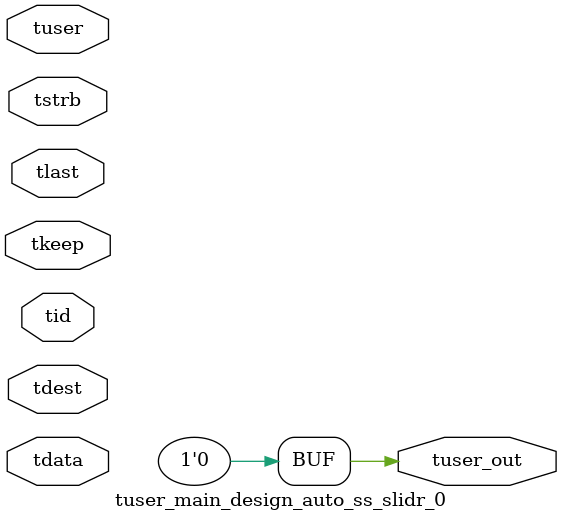
<source format=v>


`timescale 1ps/1ps

module tuser_main_design_auto_ss_slidr_0 #
(
parameter C_S_AXIS_TUSER_WIDTH = 1,
parameter C_S_AXIS_TDATA_WIDTH = 32,
parameter C_S_AXIS_TID_WIDTH   = 0,
parameter C_S_AXIS_TDEST_WIDTH = 0,
parameter C_M_AXIS_TUSER_WIDTH = 1
)
(
input  [(C_S_AXIS_TUSER_WIDTH == 0 ? 1 : C_S_AXIS_TUSER_WIDTH)-1:0     ] tuser,
input  [(C_S_AXIS_TDATA_WIDTH == 0 ? 1 : C_S_AXIS_TDATA_WIDTH)-1:0     ] tdata,
input  [(C_S_AXIS_TID_WIDTH   == 0 ? 1 : C_S_AXIS_TID_WIDTH)-1:0       ] tid,
input  [(C_S_AXIS_TDEST_WIDTH == 0 ? 1 : C_S_AXIS_TDEST_WIDTH)-1:0     ] tdest,
input  [(C_S_AXIS_TDATA_WIDTH/8)-1:0 ] tkeep,
input  [(C_S_AXIS_TDATA_WIDTH/8)-1:0 ] tstrb,
input                                                                    tlast,
output [C_M_AXIS_TUSER_WIDTH-1:0] tuser_out
);

assign tuser_out = {1'b0};

endmodule


</source>
